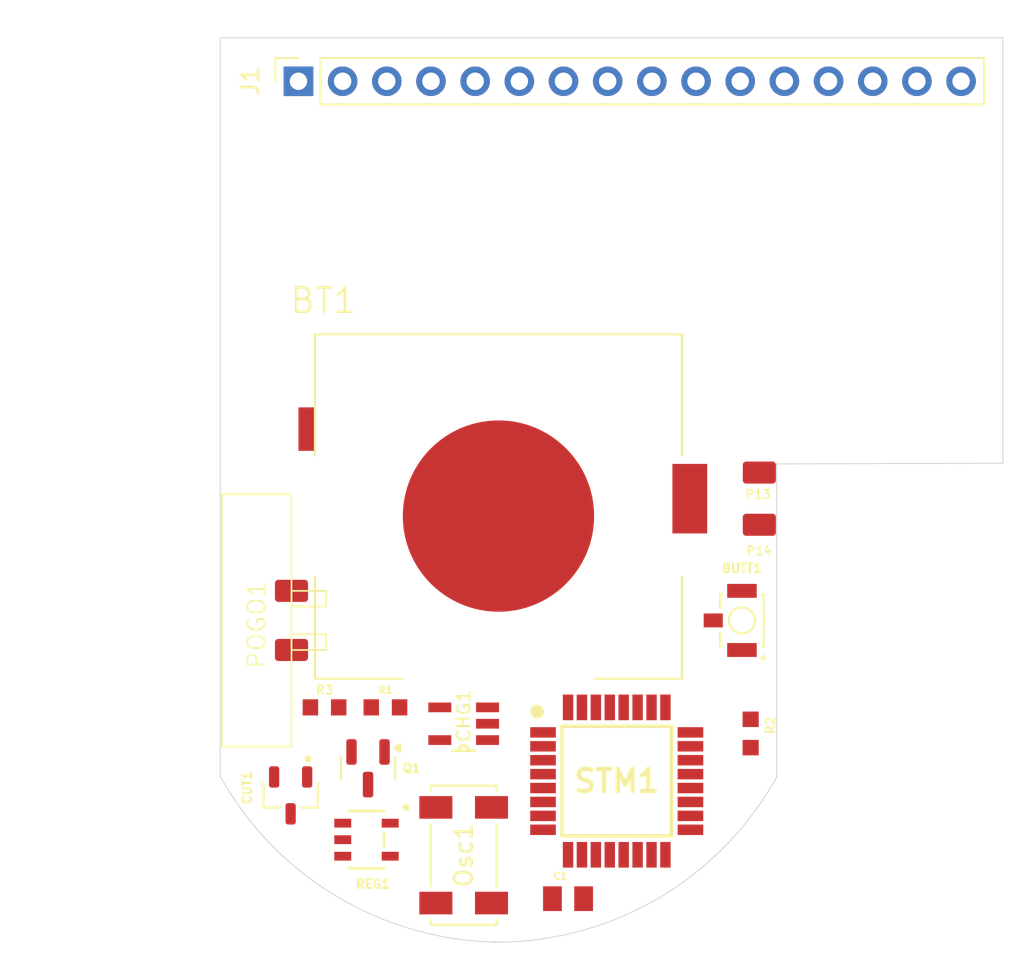
<source format=kicad_pcb>
(kicad_pcb (version 20241229) (generator "pcbnew") (generator_version "9.0")
  (layers (0 "F.Cu" signal) (2 "B.Cu" signal) (13 "F.Paste" user) (15 "B.Paste" user) (5 "F.SilkS" user "F.Silkscreen") (7 "B.SilkS" user "B.Silkscreen") (1 "F.Mask" user) (3 "B.Mask" user) (25 "Edge.Cuts" user))
  (net 0 "")
  (net 1 "BATT")
  (net 2 "USB -")
  (net 3 "Net-(CHG1-VDD)")
  (net 4 "F")
  (net 5 "B")
  (net 6 "A")
  (net 7 "N")
  (net 8 "O")
  (net 9 "D")
  (net 10 "E")
  (net 11 "H")
  (net 12 "L")
  (net 13 "J")
  (net 14 "C")
  (net 15 "G")
  (net 16 "M")
  (net 17 "K")
  (net 18 "I")
  (net 19 "P")
  (net 20 "Net-(CHG1-PROG)")
  (net 21 "Net-(STM1-PA0)")
  (net 22 "USB + ")
  (net 23 "STM_POW")
  (net 25 "Net-(STM1-PF0-OSC_IN)")
  (net 27 "Net-(STM1-PF1-OSC_OUT)")
  (net 33 "Net-(CUT1-~{RESET})")
  (net 34 "Net-(STM1-PA14)")
  (net 35 "Net-(STM1-PA13)")
  (net 36 "Net-(Q1-G)")
  (footprint "RN73H1JTTD5052F50:RN73H1JTTD5052F50" (layer "F.Cu") (at 185.5 104.5 180)
    (property "Reference" "R1" (at 0 1 0) (layer "F.SilkS") (effects (font (size 0.393701 0.393701) (thickness 0.098425))))
    (property "Value" "RN73H1JTTD5052F50")
    (pad "1" smd rect (at -0.814 0 180) (size 0.89 0.93) (layers "F.Cu" "F.Mask" "F.Paste") (net 20 "Net-(CHG1-PROG)"))
    (pad "2" smd rect (at 0.814 0 180) (size 0.89 0.93) (layers "F.Cu" "F.Mask" "F.Paste") (net 2 "USB -"))
  )
  (footprint "B3U_1100P:SW_B3U-1100P" (layer "F.Cu") (at 206 99.5 -90)
    (property "Reference" "BUTT1" (at -3 0 180) (layer "F.SilkS") (effects (font (size 0.5 0.5) (thickness 0.125))))
    (property "Value" "B3U-1100P")
    (fp_line (start -1.5 1.25) (end -0.7 1.25) (stroke (width 0.127)) (layer "F.SilkS"))
    (fp_line (start 1.5 1.25) (end 0.7 1.25) (stroke (width 0.127)) (layer "F.SilkS"))
    (fp_line (start -1.5 1.15) (end -1.5 1.25) (stroke (width 0.127)) (layer "F.SilkS"))
    (fp_line (start 1.5 1.15) (end 1.5 1.25) (stroke (width 0.127)) (layer "F.SilkS"))
    (fp_line (start -1.5 -1.15) (end -1.5 -1.25) (stroke (width 0.127)) (layer "F.SilkS"))
    (fp_line (start -1.5 -1.25) (end 1.5 -1.25) (stroke (width 0.127)) (layer "F.SilkS"))
    (fp_line (start 1.5 -1.25) (end 1.5 -1.15) (stroke (width 0.127)) (layer "F.SilkS"))
    (fp_circle (center 0 0) (end 0.75 0) (stroke (width 0.127)) (fill no) (layer "F.SilkS"))
    (fp_circle (center 2.15 -1.25) (end 2.199999 -1.25) (stroke (width 0.1)) (fill no) (layer "F.SilkS"))
    (pad "1" smd rect (at 1.700001 0 270) (size 0.8 1.7) (layers "F.Cu" "F.Mask" "F.Paste") (net 21 "Net-(STM1-PA0)"))
    (pad "2" smd rect (at -1.700001 0 270) (size 0.8 1.7) (layers "F.Cu" "F.Mask" "F.Paste") (net 23 "STM_POW"))
    (pad "3" smd rect (at 0 1.65 270) (size 0.8 1.1) (layers "F.Cu" "F.Mask" "F.Paste"))
  )
  (footprint "STM32G431KBT6:QFP80P900X900X160-32N" (layer "F.Cu") (at 198.8 108.738)
    (property "Reference" "STM1" (at 0 0 0) (layer "F.SilkS") (effects (font (size 1.27 1.27) (thickness 0.254))))
    (property "Value" "STM32G431KBT6" (hide yes))
    (fp_line (start -3.15 -3.15) (end 3.15 -3.15) (stroke (width 0.2)) (layer "F.SilkS"))
    (fp_line (start -3.15 3.15) (end -3.15 -3.15) (stroke (width 0.2)) (layer "F.SilkS"))
    (fp_line (start 3.15 -3.15) (end 3.15 3.15) (stroke (width 0.2)) (layer "F.SilkS"))
    (fp_line (start 3.15 3.15) (end -3.15 3.15) (stroke (width 0.2)) (layer "F.SilkS"))
    (fp_circle (center -4.575 -4) (end -4.575 -3.8) (stroke (width 0.4)) (fill no) (layer "F.SilkS"))
    (pad "1" smd rect (at -4.238 -2.8 90) (size 0.6 1.475) (layers "F.Cu" "F.Mask" "F.Paste") (net 23 "STM_POW"))
    (pad "2" smd rect (at -4.238 -2 90) (size 0.6 1.475) (layers "F.Cu" "F.Mask" "F.Paste") (net 25 "Net-(STM1-PF0-OSC_IN)"))
    (pad "3" smd rect (at -4.238 -1.2 90) (size 0.6 1.475) (layers "F.Cu" "F.Mask" "F.Paste") (net 27 "Net-(STM1-PF1-OSC_OUT)"))
    (pad "4" smd rect (at -4.238 -0.4 90) (size 0.6 1.475) (layers "F.Cu" "F.Mask" "F.Paste"))
    (pad "5" smd rect (at -4.238 0.4 90) (size 0.6 1.475) (layers "F.Cu" "F.Mask" "F.Paste") (net 21 "Net-(STM1-PA0)"))
    (pad "6" smd rect (at -4.238 1.2 90) (size 0.6 1.475) (layers "F.Cu" "F.Mask" "F.Paste") (net 23 "STM_POW"))
    (pad "7" smd rect (at -4.238 2 90) (size 0.6 1.475) (layers "F.Cu" "F.Mask" "F.Paste") (net 6 "A"))
    (pad "8" smd rect (at -4.238 2.8 90) (size 0.6 1.475) (layers "F.Cu" "F.Mask" "F.Paste") (net 5 "B"))
    (pad "9" smd rect (at -2.8 4.238) (size 0.6 1.475) (layers "F.Cu" "F.Mask" "F.Paste") (net 14 "C"))
    (pad "10" smd rect (at -2 4.238) (size 0.6 1.475) (layers "F.Cu" "F.Mask" "F.Paste") (net 9 "D"))
    (pad "11" smd rect (at -1.2 4.238) (size 0.6 1.475) (layers "F.Cu" "F.Mask" "F.Paste") (net 10 "E"))
    (pad "12" smd rect (at -0.4 4.238) (size 0.6 1.475) (layers "F.Cu" "F.Mask" "F.Paste") (net 4 "F"))
    (pad "13" smd rect (at 0.4 4.238) (size 0.6 1.475) (layers "F.Cu" "F.Mask" "F.Paste") (net 36 "Net-(Q1-G)"))
    (pad "14" smd rect (at 1.2 4.238) (size 0.6 1.475) (layers "F.Cu" "F.Mask" "F.Paste") (net 2 "USB -"))
    (pad "15" smd rect (at 2 4.238) (size 0.6 1.475) (layers "F.Cu" "F.Mask" "F.Paste") (net 23 "STM_POW"))
    (pad "16" smd rect (at 2.8 4.238) (size 0.6 1.475) (layers "F.Cu" "F.Mask" "F.Paste") (net 2 "USB -"))
    (pad "17" smd rect (at 4.238 2.8 90) (size 0.6 1.475) (layers "F.Cu" "F.Mask" "F.Paste") (net 23 "STM_POW"))
    (pad "18" smd rect (at 4.238 2 90) (size 0.6 1.475) (layers "F.Cu" "F.Mask" "F.Paste") (net 15 "G"))
    (pad "19" smd rect (at 4.238 1.2 90) (size 0.6 1.475) (layers "F.Cu" "F.Mask" "F.Paste") (net 11 "H"))
    (pad "20" smd rect (at 4.238 0.4 90) (size 0.6 1.475) (layers "F.Cu" "F.Mask" "F.Paste") (net 18 "I"))
    (pad "21" smd rect (at 4.238 -0.4 90) (size 0.6 1.475) (layers "F.Cu" "F.Mask" "F.Paste") (net 13 "J"))
    (pad "22" smd rect (at 4.238 -1.2 90) (size 0.6 1.475) (layers "F.Cu" "F.Mask" "F.Paste") (net 17 "K"))
    (pad "23" smd rect (at 4.238 -2 90) (size 0.6 1.475) (layers "F.Cu" "F.Mask" "F.Paste") (net 35 "Net-(STM1-PA13)"))
    (pad "24" smd rect (at 4.238 -2.8 90) (size 0.6 1.475) (layers "F.Cu" "F.Mask" "F.Paste") (net 34 "Net-(STM1-PA14)"))
    (pad "25" smd rect (at 2.8 -4.238) (size 0.6 1.475) (layers "F.Cu" "F.Mask" "F.Paste") (net 12 "L"))
    (pad "26" smd rect (at 2 -4.238) (size 0.6 1.475) (layers "F.Cu" "F.Mask" "F.Paste") (net 16 "M"))
    (pad "27" smd rect (at 1.2 -4.238) (size 0.6 1.475) (layers "F.Cu" "F.Mask" "F.Paste") (net 7 "N"))
    (pad "28" smd rect (at 0.4 -4.238) (size 0.6 1.475) (layers "F.Cu" "F.Mask" "F.Paste") (net 8 "O"))
    (pad "29" smd rect (at -0.4 -4.238) (size 0.6 1.475) (layers "F.Cu" "F.Mask" "F.Paste") (net 19 "P"))
    (pad "30" smd rect (at -1.2 -4.238) (size 0.6 1.475) (layers "F.Cu" "F.Mask" "F.Paste"))
    (pad "31" smd rect (at -2 -4.238) (size 0.6 1.475) (layers "F.Cu" "F.Mask" "F.Paste") (net 2 "USB -"))
    (pad "32" smd rect (at -2.8 -4.238) (size 0.6 1.475) (layers "F.Cu" "F.Mask" "F.Paste") (net 2 "USB -"))
  )
  (footprint "WL-SMCC_0402:Untitled" (layer "F.Cu") (at 173.1 99.5)
    (property "Reference" "POGO1" (at 5 0.25 90) (layer "F.SilkS") (effects (font (thickness 0.1))))
    (property "Value" "~")
    (fp_rect (start 3 -7.25) (end 7 7.25) (stroke (width 0.1)) (fill no) (layer "F.SilkS"))
    (fp_rect (start 7 -1.7) (end 9 -0.8) (stroke (width 0.1)) (fill no) (layer "F.SilkS"))
    (fp_rect (start 7 0.8) (end 9 1.7) (stroke (width 0.1)) (fill no) (layer "F.SilkS"))
    (pad "1" smd roundrect (at 7 -1.7) (size 1.905 1.27) (layers "F.Cu" "F.Mask" "F.Paste") (roundrect_rratio 0.15) (net 22 "USB + "))
    (pad "2" smd roundrect (at 7 1.7) (size 1.905 1.27) (layers "F.Cu" "F.Mask" "F.Paste") (roundrect_rratio 0.15) (net 2 "USB -"))
  )
  (footprint "MC-306_32.7680K-E0_PURE_SN:MC-306_32.7680K-E0_PURE_SN" (layer "F.Cu") (at 190 113)
    (property "Reference" "Osc1" (at 0 0 90) (layer "F.SilkS"))
    (property "Value" "MC-306_32.7680K-E0_PURE_SN")
    (fp_line (start -1.9 -4) (end -1.9 -3.72) (stroke (width 0.127)) (layer "F.SilkS"))
    (fp_line (start -1.9 -4) (end 1.9 -4) (stroke (width 0.127)) (layer "F.SilkS"))
    (fp_line (start -1.9 -1.78) (end -1.9 1.78) (stroke (width 0.127)) (layer "F.SilkS"))
    (fp_line (start -1.9 4) (end -1.9 3.72) (stroke (width 0.127)) (layer "F.SilkS"))
    (fp_line (start -1.9 4) (end 1.9 4) (stroke (width 0.127)) (layer "F.SilkS"))
    (fp_line (start 1.9 -4) (end 1.9 -3.72) (stroke (width 0.127)) (layer "F.SilkS"))
    (fp_line (start 1.9 -1.78) (end 1.9 1.78) (stroke (width 0.127)) (layer "F.SilkS"))
    (fp_line (start 1.9 4) (end 1.9 3.72) (stroke (width 0.127)) (layer "F.SilkS"))
    (fp_circle (center -3.3 -2.75) (end -3.2 -2.75) (stroke (width 0.2)) (fill no) (layer "F.SilkS"))
    (pad "1" smd rect (at -1.6 -2.75) (size 1.9 1.3) (layers "F.Cu" "F.Mask" "F.Paste") (net 25 "Net-(STM1-PF0-OSC_IN)"))
    (pad "2" smd rect (at -1.6 2.75) (size 1.9 1.3) (layers "F.Cu" "F.Mask" "F.Paste"))
    (pad "3" smd rect (at 1.6 2.75) (size 1.9 1.3) (layers "F.Cu" "F.Mask" "F.Paste"))
    (pad "4" smd rect (at 1.6 -2.75) (size 1.9 1.3) (layers "F.Cu" "F.Mask" "F.Paste") (net 27 "Net-(STM1-PF1-OSC_OUT)"))
  )
  (footprint "GRM21BC81E106ME51K:CAPC2012X140N" (layer "F.Cu") (at 196 115.5)
    (property "Reference" "C1" (at -0.44 -1.3 0) (layer "F.SilkS") (effects (font (size 0.393701 0.393701) (thickness 0.098425))))
    (property "Value" "GRM21BC81E106ME51K")
    (pad "1" smd rect (at -0.895001 0) (size 1.08 1.42) (layers "F.Cu" "F.Mask" "F.Paste") (net 3 "Net-(CHG1-VDD)"))
    (pad "2" smd rect (at 0.895001 0) (size 1.08 1.42) (layers "F.Cu" "F.Mask" "F.Paste") (net 2 "USB -"))
  )
  (footprint "RN73H1JTTD5052F50:RN73H1JTTD5052F50" (layer "F.Cu") (at 182 104.5 180)
    (property "Reference" "R3" (at 0 1 0) (layer "F.SilkS") (effects (font (size 0.5 0.5) (thickness 0.098425))))
    (property "Value" "RN73H1JTTD5052F50")
    (pad "1" smd rect (at -0.814 0 180) (size 0.89 0.93) (layers "F.Cu" "F.Mask" "F.Paste") (net 22 "USB + "))
    (pad "2" smd rect (at 0.814 0 180) (size 0.89 0.93) (layers "F.Cu" "F.Mask" "F.Paste") (net 36 "Net-(Q1-G)"))
  )
  (footprint "MAX809SEUR+T:MAX809SEUR+T" (layer "F.Cu") (at 180.05 109.56 -90)
    (property "Reference" "CUT1" (at -0.44 2.5 90) (layer "F.SilkS") (effects (font (size 0.5 0.5) (thickness 0.125))))
    (property "Value" "MAX809SEUR_T")
    (fp_line (start -0.7 1.56) (end 0.7 1.56) (stroke (width 0.127)) (layer "F.SilkS"))
    (fp_line (start 0.7 0.62) (end 0.7 1.56) (stroke (width 0.127)) (layer "F.SilkS"))
    (fp_line (start -0.7 -1.56) (end 0.7 -1.56) (stroke (width 0.127)) (layer "F.SilkS"))
    (fp_line (start 0.7 -1.56) (end 0.7 -0.62) (stroke (width 0.127)) (layer "F.SilkS"))
    (fp_circle (center -2.1 -1) (end -2 -1) (stroke (width 0.2)) (fill no) (layer "F.SilkS"))
    (pad "1" smd roundrect (at -1.06 -0.95 270) (size 1.23 0.59) (layers "F.Cu" "F.Mask" "F.Paste") (net 2 "USB -"))
    (pad "2" smd roundrect (at -1.06 0.95 270) (size 1.23 0.59) (layers "F.Cu" "F.Mask" "F.Paste") (net 33 "Net-(CUT1-~{RESET})"))
    (pad "3" smd roundrect (at 1.06 0 270) (size 1.23 0.59) (layers "F.Cu" "F.Mask" "F.Paste") (net 1 "BATT"))
  )
  (footprint "Connector_PinSocket_2.54mm:PinSocket_1x16_P2.54mm_Vertical" (layer "F.Cu") (at 180.5 68.5 90)
    (property "Reference" "J1" (at 0 -2.77 90) (layer "F.SilkS"))
    (property "Value" "Conn_01x16")
    (fp_line (start 1.33 -1.33) (end 1.33 0) (stroke (width 0.12)) (layer "F.SilkS"))
    (fp_line (start 0 -1.33) (end 1.33 -1.33) (stroke (width 0.12)) (layer "F.SilkS"))
    (fp_line (start 1.33 1.27) (end 1.33 39.43) (stroke (width 0.12)) (layer "F.SilkS"))
    (fp_line (start -1.33 1.27) (end 1.33 1.27) (stroke (width 0.12)) (layer "F.SilkS"))
    (fp_line (start -1.33 1.27) (end -1.33 39.43) (stroke (width 0.12)) (layer "F.SilkS"))
    (fp_line (start -1.33 39.43) (end 1.33 39.43) (stroke (width 0.12)) (layer "F.SilkS"))
    (pad "1" thru_hole rect (at 0 0 90) (size 1.7 1.7) (drill 1) (layers "*.Cu" "*.Mask") (net 6 "A"))
    (pad "2" thru_hole circle (at 0 2.54 90) (size 1.7 1.7) (drill 1) (layers "*.Cu" "*.Mask") (net 5 "B"))
    (pad "3" thru_hole circle (at 0 5.08 90) (size 1.7 1.7) (drill 1) (layers "*.Cu" "*.Mask") (net 14 "C"))
    (pad "4" thru_hole circle (at 0 7.62 90) (size 1.7 1.7) (drill 1) (layers "*.Cu" "*.Mask") (net 9 "D"))
    (pad "5" thru_hole circle (at 0 10.16 90) (size 1.7 1.7) (drill 1) (layers "*.Cu" "*.Mask") (net 10 "E"))
    (pad "6" thru_hole circle (at 0 12.7 90) (size 1.7 1.7) (drill 1) (layers "*.Cu" "*.Mask") (net 4 "F"))
    (pad "7" thru_hole circle (at 0 15.24 90) (size 1.7 1.7) (drill 1) (layers "*.Cu" "*.Mask") (net 15 "G"))
    (pad "8" thru_hole circle (at 0 17.78 90) (size 1.7 1.7) (drill 1) (layers "*.Cu" "*.Mask") (net 11 "H"))
    (pad "9" thru_hole circle (at 0 20.32 90) (size 1.7 1.7) (drill 1) (layers "*.Cu" "*.Mask") (net 18 "I"))
    (pad "10" thru_hole circle (at 0 22.86 90) (size 1.7 1.7) (drill 1) (layers "*.Cu" "*.Mask") (net 13 "J"))
    (pad "11" thru_hole circle (at 0 25.4 90) (size 1.7 1.7) (drill 1) (layers "*.Cu" "*.Mask") (net 17 "K"))
    (pad "12" thru_hole circle (at 0 27.94 90) (size 1.7 1.7) (drill 1) (layers "*.Cu" "*.Mask") (net 12 "L"))
    (pad "13" thru_hole circle (at 0 30.48 90) (size 1.7 1.7) (drill 1) (layers "*.Cu" "*.Mask") (net 16 "M"))
    (pad "14" thru_hole circle (at 0 33.02 90) (size 1.7 1.7) (drill 1) (layers "*.Cu" "*.Mask") (net 7 "N"))
    (pad "15" thru_hole circle (at 0 35.56 90) (size 1.7 1.7) (drill 1) (layers "*.Cu" "*.Mask") (net 8 "O"))
    (pad "16" thru_hole circle (at 0 38.1 90) (size 1.7 1.7) (drill 1) (layers "*.Cu" "*.Mask") (net 19 "P"))
  )
  (footprint "RN73H1JTTD5052F50:RN73H1JTTD5052F50" (layer "F.Cu") (at 206.5 106 -90)
    (property "Reference" "R2" (at -0.45554 -1.139288 90) (layer "F.SilkS") (effects (font (size 0.5 0.5) (thickness 0.098425))))
    (property "Value" "RN73H1JTTD5052F50")
    (pad "1" smd rect (at -0.814 0 270) (size 0.89 0.93) (layers "F.Cu" "F.Mask" "F.Paste") (net 21 "Net-(STM1-PA0)"))
    (pad "2" smd rect (at 0.814 0 270) (size 0.89 0.93) (layers "F.Cu" "F.Mask" "F.Paste") (net 2 "USB -"))
  )
  (footprint "BAT-HLD-003-SMT:BAT_BAT-HLD-003-SMT_CUT" (layer "F.Cu") (at 192 93.5)
    (property "Reference" "BT1" (at -10.055 -12.389 0) (layer "F.SilkS") (effects (font (size 1.4 1.4))))
    (property "Value" "BAT-HLD-003-SMT")
    (fp_line (start -10.55 -10.45) (end 10.55 -10.45) (stroke (width 0.127)) (layer "F.SilkS"))
    (fp_line (start -10.55 -3.5) (end -10.55 -10.45) (stroke (width 0.127)) (layer "F.SilkS"))
    (fp_line (start -10.55 3.5) (end -10.55 9.35) (stroke (width 0.127)) (layer "F.SilkS"))
    (fp_line (start -10.55 9.35) (end -5.5 9.35) (stroke (width 0.127)) (layer "F.SilkS"))
    (fp_line (start 5.5 9.35) (end 10.55 9.35) (stroke (width 0.127)) (layer "F.SilkS"))
    (fp_line (start 10.55 -10.45) (end 10.55 -3.5) (stroke (width 0.127)) (layer "F.SilkS"))
    (fp_line (start 10.55 9.35) (end 10.55 3.5) (stroke (width 0.127)) (layer "F.SilkS"))
    (pad "N" smd circle (at 0 0) (size 11 11) (layers "F.Cu" "F.Mask") (net 2 "USB -"))
    (pad "P1" smd rect (at -11 -5) (size 1 2.5) (layers "F.Cu" "F.Mask") (net 1 "BATT"))
    (pad "P2" smd rect (at 11 -1) (size 2 4) (layers "F.Cu" "F.Mask") (net 1 "BATT"))
  )
  (footprint "MCP73832T_2ACI_OT:SOT95P270X145-5N" (layer "F.Cu") (at 190 105.4398 180)
    (property "Reference" "CHG1" (at 0 0.439801 90) (layer "F.SilkS") (effects (font (size 0.75 0.75) (thickness 0.125))))
    (property "Value" "MCP73832T-2ACI_OT")
    (fp_line (start 0.635 -1.5494) (end 0.3048 -1.5494) (stroke (width 0.1524)) (layer "F.SilkS"))
    (fp_line (start 0.3048 -1.5494) (end -0.3048 -1.5494) (stroke (width 0.1524)) (layer "F.SilkS"))
    (fp_line (start -0.3048 -1.5494) (end -0.635 -1.5494) (stroke (width 0.1524)) (layer "F.SilkS"))
    (fp_arc (start 0.3048 -1.5494) (mid 0 -1.2446) (end -0.3048 -1.5494) (stroke (width 0.1524)) (layer "F.SilkS"))
    (pad "1" smd rect (at -1.3716 -0.9398 180) (size 1.3208 0.5588) (layers "F.Cu" "F.Mask" "F.Paste"))
    (pad "2" smd rect (at -1.3716 0 180) (size 1.3208 0.5588) (layers "F.Cu" "F.Mask" "F.Paste") (net 2 "USB -"))
    (pad "3" smd rect (at -1.3716 0.9398 180) (size 1.3208 0.5588) (layers "F.Cu" "F.Mask" "F.Paste") (net 1 "BATT"))
    (pad "4" smd rect (at 1.3716 0.9398 180) (size 1.3208 0.5588) (layers "F.Cu" "F.Mask" "F.Paste") (net 3 "Net-(CHG1-VDD)"))
    (pad "5" smd rect (at 1.3716 -0.9398 180) (size 1.3208 0.5588) (layers "F.Cu" "F.Mask" "F.Paste") (net 20 "Net-(CHG1-PROG)"))
  )
  (footprint "WL-SMCC_0402:PROGPAD" (layer "F.Cu") (at 206 91.5)
    (property "Reference" "P13" (at 0.922048 0.76024 0) (layer "F.SilkS") (effects (font (size 0.5 0.5) (thickness 0.1))))
    (property "Value" "~")
    (pad "1" smd roundrect (at 1 -0.5) (size 1.905 1.27) (layers "F.Cu" "F.Mask" "F.Paste") (roundrect_rratio 0.15) (net 34 "Net-(STM1-PA14)"))
  )
  (footprint "WL-SMCC_0402:PROGPAD" (layer "F.Cu") (at 206 94.5)
    (property "Reference" "P14" (at 1 1 0) (layer "F.SilkS") (effects (font (size 0.5 0.5) (thickness 0.1))))
    (property "Value" "~")
    (pad "1" smd roundrect (at 1 -0.5) (size 1.905 1.27) (layers "F.Cu" "F.Mask" "F.Paste") (roundrect_rratio 0.15) (net 35 "Net-(STM1-PA13)"))
  )
  (footprint "TPS7A0225PDBVR:TPS7A0225PDBVR" (layer "F.Cu") (at 184.4113 112.1076)
    (property "Reference" "REG1" (at 0.36525 2.549999 0) (layer "F.SilkS") (effects (font (size 0.5 0.5) (thickness 0.125))))
    (property "Value" "TPS7A0225PDBVR")
    (fp_line (start -1.0033 1.651) (end 1.0033 1.651) (stroke (width 0.1524)) (layer "F.SilkS"))
    (fp_line (start 1.0033 -1.651) (end -1.0033 -1.651) (stroke (width 0.1524)) (layer "F.SilkS"))
    (fp_line (start 1.0033 0.363261) (end 1.0033 -0.363261) (stroke (width 0.1524)) (layer "F.SilkS"))
    (pad "1" smd rect (at -1.36525 -0.950001) (size 0.9779 0.508) (layers "F.Cu" "F.Mask" "F.Paste") (net 1 "BATT"))
    (pad "2" smd rect (at -1.36525 0) (size 0.9779 0.508) (layers "F.Cu" "F.Mask" "F.Paste") (net 2 "USB -"))
    (pad "3" smd rect (at -1.36525 0.950001) (size 0.9779 0.508) (layers "F.Cu" "F.Mask" "F.Paste") (net 33 "Net-(CUT1-~{RESET})"))
    (pad "4" smd rect (at 1.36525 0.950001) (size 0.9779 0.508) (layers "F.Cu" "F.Mask" "F.Paste"))
    (pad "5" smd rect (at 1.36525 -0.950001) (size 0.9779 0.508) (layers "F.Cu" "F.Mask" "F.Paste") (net 23 "STM_POW"))
  )
  (footprint "Package_TO_SOT_SMD:SOT-23" (layer "F.Cu") (at 184.5 108 -90)
    (property "Reference" "Q1" (at 0 -2.5 180) (layer "F.SilkS") (effects (font (size 0.5 0.5) (thickness 0.125))))
    (property "Value" "IRLML6402")
    (fp_line (start 0 1.560001) (end -0.65 1.56) (stroke (width 0.12)) (layer "F.SilkS"))
    (fp_line (start 0 1.560001) (end 0.65 1.56) (stroke (width 0.12)) (layer "F.SilkS"))
    (fp_line (start 0 -1.560001) (end -0.65 -1.56) (stroke (width 0.12)) (layer "F.SilkS"))
    (fp_line (start 0 -1.560001) (end 0.65 -1.56) (stroke (width 0.12)) (layer "F.SilkS"))
    (fp_poly (pts (xy -1.1625 -1.51) (xy -1.4025 -1.84) (xy -0.9225 -1.839999)) (stroke (width 0.12)) (fill yes) (layer "F.SilkS"))
    (pad "1" smd roundrect (at -0.9375 -0.95 270) (size 1.475 0.6) (layers "F.Cu" "F.Mask" "F.Paste") (net 36 "Net-(Q1-G)"))
    (pad "2" smd roundrect (at -0.9375 0.95 270) (size 1.475 0.6) (layers "F.Cu" "F.Mask" "F.Paste") (net 22 "USB + "))
    (pad "3" smd roundrect (at 0.937501 0 270) (size 1.475 0.6) (layers "F.Cu" "F.Mask" "F.Paste") (net 3 "Net-(CHG1-VDD)"))
  )
  (gr_arc (start 192.02879 118) (mid 182.732782 115.38521) (end 176 108.4626) (stroke (width 0.05)) (layer "Edge.Cuts"))
  (gr_line (start 208 90.5) (end 221 90.462535) (stroke (width 0.05)) (layer "Edge.Cuts"))
  (gr_line (start 192.02879 118) (end 191.643515 117.999995) (stroke (width 0.05)) (layer "Edge.Cuts"))
  (gr_line (start 208 90.5) (end 208 108.499997) (stroke (width 0.05)) (layer "Edge.Cuts"))
  (gr_line (start 176 90.462535) (end 176 66) (stroke (width 0.05)) (layer "Edge.Cuts"))
  (gr_line (start 207.528676 66) (end 176 66) (stroke (width 0.05)) (layer "Edge.Cuts"))
  (gr_line (start 176 90.462535) (end 176 90.499912) (stroke (width 0.05)) (layer "Edge.Cuts"))
  (gr_line (start 176 108.4626) (end 176 90.499912) (stroke (width 0.05)) (layer "Edge.Cuts"))
  (gr_line (start 221 90.462535) (end 221 66) (stroke (width 0.05)) (layer "Edge.Cuts"))
  (gr_line (start 221 66) (end 207.528676 66) (stroke (width 0.05)) (layer "Edge.Cuts"))
  (gr_arc (start 208 108.499997) (mid 201.13203 115.505939) (end 191.643515 117.999995) (stroke (width 0.05)) (layer "Edge.Cuts"))
)
</source>
